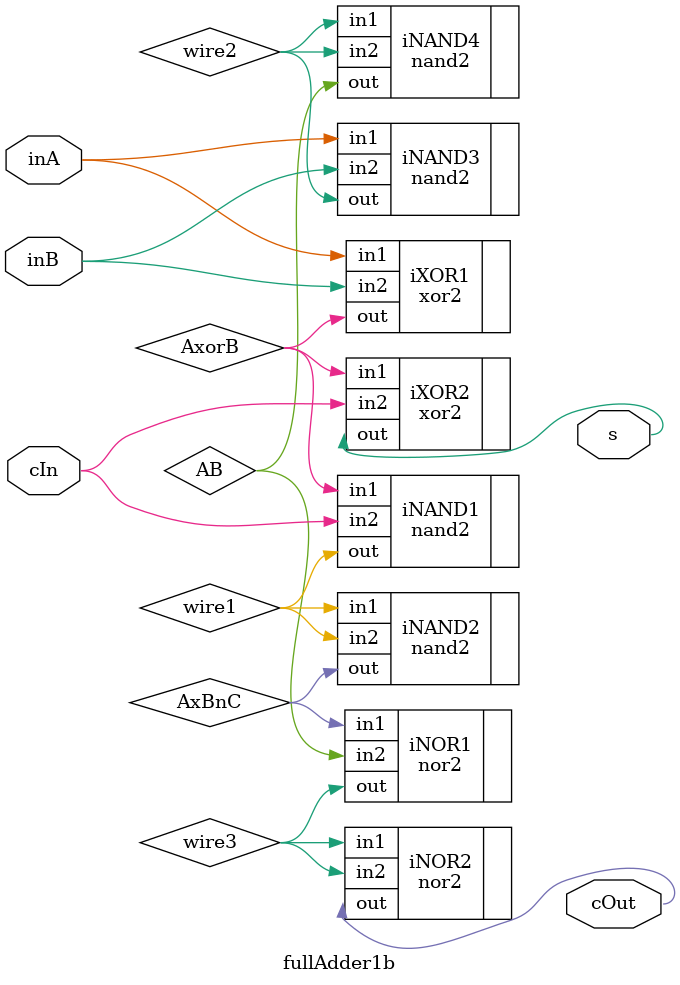
<source format=v>
/*
    CS/ECE 552 Spring '23
    Homework #1, Problem 2
    
    a 1-bit full adder
*/
`default_nettype none
module fullAdder1b(s, cOut, inA, inB, cIn);
    output wire s;
    output wire cOut;
    input  wire inA, inB;
    input  wire cIn;

    // YOUR CODE HERE
wire AxorB, AB, AxBnC;
wire wire1, wire2, wire3;

//a^b
xor2 iXOR1(.out(AxorB), .in1(inA), .in2(inB));

//s = AxorB ^ c_in;
xor2 iXOR2(.out(s), .in1(AxorB), .in2(cIn));
//(a^b)&c_in
nand2 iNAND1(.out(wire1), .in1(AxorB), .in2(cIn));
nand2 iNAND2(.out(AxBnC), .in1(wire1), .in2(wire1));
//a&b
nand2 iNAND3(.out(wire2), .in1(inA),.in2(inB));
nand2 iNAND4(.out(AB), .in1(wire2), .in2(wire2));
//((a^b) & c) | (a&b)
nor2 iNOR1(.out(wire3), .in1(AxBnC), .in2(AB));
nor2 iNOR2(.out(cOut) ,.in1(wire3), .in2(wire3));

endmodule
`default_nettype wire

</source>
